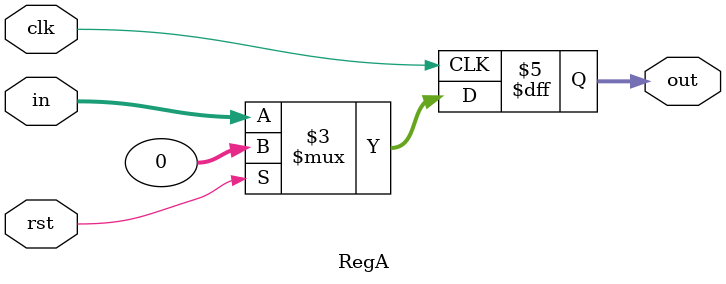
<source format=v>
`timescale 1ns / 1ps
module RegA(in, out, clk, rst);
input [31:0] in;
output reg [31:0] out;
input  clk, rst;

always @(posedge clk)
begin
 if(rst)
   begin
     out <= 32'b0;
   end
  else
   begin
    out <= in;
   end
end


endmodule

</source>
